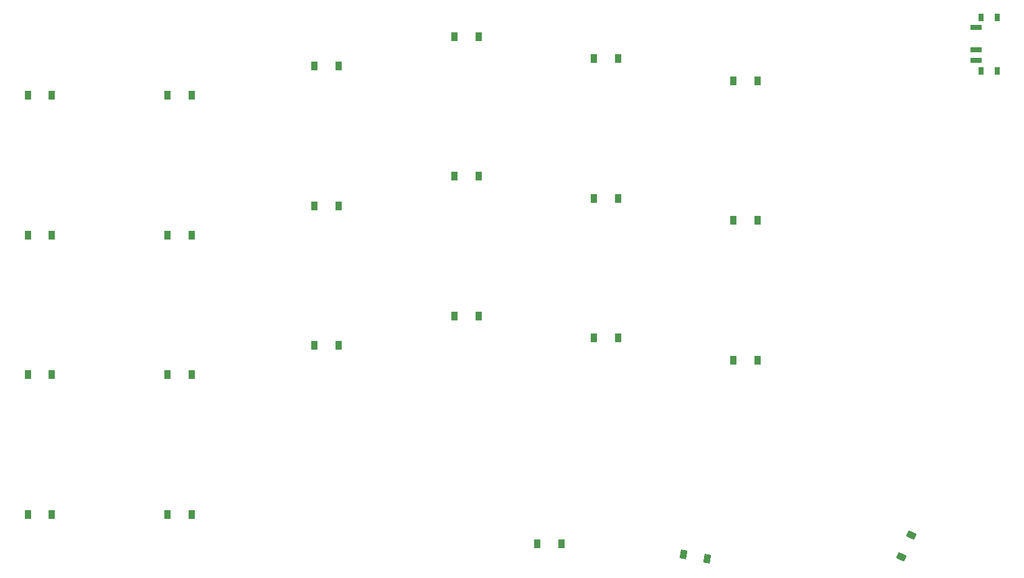
<source format=gbp>
%TF.GenerationSoftware,KiCad,Pcbnew,9.0.2*%
%TF.CreationDate,2025-06-03T16:56:12+08:00*%
%TF.ProjectId,experiment,65787065-7269-46d6-956e-742e6b696361,v1.0.0*%
%TF.SameCoordinates,Original*%
%TF.FileFunction,Paste,Bot*%
%TF.FilePolarity,Positive*%
%FSLAX46Y46*%
G04 Gerber Fmt 4.6, Leading zero omitted, Abs format (unit mm)*
G04 Created by KiCad (PCBNEW 9.0.2) date 2025-06-03 16:56:12*
%MOMM*%
%LPD*%
G01*
G04 APERTURE LIST*
G04 Aperture macros list*
%AMRotRect*
0 Rectangle, with rotation*
0 The origin of the aperture is its center*
0 $1 length*
0 $2 width*
0 $3 Rotation angle, in degrees counterclockwise*
0 Add horizontal line*
21,1,$1,$2,0,0,$3*%
G04 Aperture macros list end*
%ADD10R,0.900000X1.200000*%
%ADD11R,0.800000X1.000000*%
%ADD12R,1.500000X0.700000*%
%ADD13RotRect,0.900000X1.200000X170.000000*%
%ADD14RotRect,0.900000X1.200000X246.000000*%
G04 APERTURE END LIST*
D10*
%TO.C,D20*%
X231002500Y-98400000D03*
X227702500Y-98400000D03*
%TD*%
%TO.C,D5*%
X154000000Y-157400000D03*
X150700000Y-157400000D03*
%TD*%
%TO.C,D10*%
X174002500Y-115400000D03*
X170702500Y-115400000D03*
%TD*%
%TO.C,D8*%
X154000000Y-100400000D03*
X150700000Y-100400000D03*
%TD*%
D11*
%TO.C,T1*%
X261338500Y-97050000D03*
X263548500Y-97050000D03*
D12*
X260688500Y-95650000D03*
D11*
X261338500Y-89750000D03*
X263548500Y-89750000D03*
D12*
X260688500Y-91150000D03*
X260688500Y-94150000D03*
%TD*%
D10*
%TO.C,D17*%
X212002500Y-95400000D03*
X208702500Y-95400000D03*
%TD*%
%TO.C,D4*%
X135000000Y-100400000D03*
X131700000Y-100400000D03*
%TD*%
%TO.C,D12*%
X193002500Y-130400000D03*
X189702500Y-130400000D03*
%TD*%
%TO.C,D15*%
X212002500Y-133400000D03*
X208702500Y-133400000D03*
%TD*%
%TO.C,D18*%
X231002500Y-136400000D03*
X227702500Y-136400000D03*
%TD*%
%TO.C,D11*%
X174002500Y-96400000D03*
X170702500Y-96400000D03*
%TD*%
%TO.C,D13*%
X193002500Y-111400000D03*
X189702500Y-111400000D03*
%TD*%
%TO.C,D19*%
X231002500Y-117400000D03*
X227702500Y-117400000D03*
%TD*%
%TO.C,D3*%
X135000000Y-119400000D03*
X131700000Y-119400000D03*
%TD*%
%TO.C,D14*%
X193002500Y-92400000D03*
X189702500Y-92400000D03*
%TD*%
D13*
%TO.C,D22*%
X224148335Y-163435066D03*
X220898469Y-162862028D03*
%TD*%
D10*
%TO.C,D9*%
X174002500Y-134400000D03*
X170702500Y-134400000D03*
%TD*%
%TO.C,D2*%
X135000000Y-138400000D03*
X131700000Y-138400000D03*
%TD*%
%TO.C,D16*%
X212002500Y-114400000D03*
X208702500Y-114400000D03*
%TD*%
%TO.C,D7*%
X154000000Y-119400000D03*
X150700000Y-119400000D03*
%TD*%
%TO.C,D21*%
X204332500Y-161400000D03*
X201032500Y-161400000D03*
%TD*%
%TO.C,D1*%
X135000000Y-157400000D03*
X131700000Y-157400000D03*
%TD*%
%TO.C,D6*%
X154000000Y-138400000D03*
X150700000Y-138400000D03*
%TD*%
D14*
%TO.C,D23*%
X251911117Y-160174930D03*
X250568887Y-163189630D03*
%TD*%
M02*

</source>
